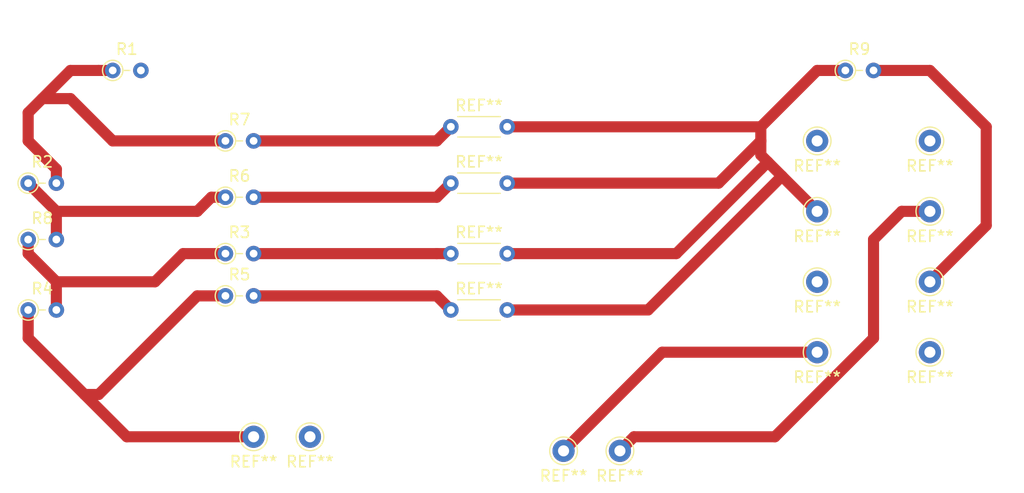
<source format=kicad_pcb>
(kicad_pcb (version 20171130) (host pcbnew "(5.1.4)-1")

  (general
    (thickness 1.6)
    (drawings 0)
    (tracks 63)
    (zones 0)
    (modules 25)
    (nets 10)
  )

  (page A4)
  (layers
    (0 F.Cu signal)
    (31 B.Cu signal)
    (32 B.Adhes user)
    (33 F.Adhes user)
    (34 B.Paste user)
    (35 F.Paste user)
    (36 B.SilkS user)
    (37 F.SilkS user)
    (38 B.Mask user)
    (39 F.Mask user)
    (40 Dwgs.User user)
    (41 Cmts.User user)
    (42 Eco1.User user)
    (43 Eco2.User user)
    (44 Edge.Cuts user)
    (45 Margin user)
    (46 B.CrtYd user)
    (47 F.CrtYd user)
    (48 B.Fab user)
    (49 F.Fab user)
  )

  (setup
    (last_trace_width 0.25)
    (user_trace_width 1)
    (trace_clearance 0.2)
    (zone_clearance 0.508)
    (zone_45_only no)
    (trace_min 0.2)
    (via_size 0.8)
    (via_drill 0.4)
    (via_min_size 0.4)
    (via_min_drill 0.3)
    (uvia_size 0.3)
    (uvia_drill 0.1)
    (uvias_allowed no)
    (uvia_min_size 0.2)
    (uvia_min_drill 0.1)
    (edge_width 0.05)
    (segment_width 0.2)
    (pcb_text_width 0.3)
    (pcb_text_size 1.5 1.5)
    (mod_edge_width 0.12)
    (mod_text_size 1 1)
    (mod_text_width 0.15)
    (pad_size 1.524 1.524)
    (pad_drill 0.762)
    (pad_to_mask_clearance 0.051)
    (solder_mask_min_width 0.25)
    (aux_axis_origin 0 0)
    (visible_elements 7FFFFFFF)
    (pcbplotparams
      (layerselection 0x010fc_ffffffff)
      (usegerberextensions false)
      (usegerberattributes false)
      (usegerberadvancedattributes false)
      (creategerberjobfile false)
      (excludeedgelayer true)
      (linewidth 0.100000)
      (plotframeref false)
      (viasonmask false)
      (mode 1)
      (useauxorigin false)
      (hpglpennumber 1)
      (hpglpenspeed 20)
      (hpglpendiameter 15.000000)
      (psnegative false)
      (psa4output false)
      (plotreference true)
      (plotvalue true)
      (plotinvisibletext false)
      (padsonsilk false)
      (subtractmaskfromsilk false)
      (outputformat 1)
      (mirror false)
      (drillshape 1)
      (scaleselection 1)
      (outputdirectory ""))
  )

  (net 0 "")
  (net 1 "Net-(R1-Pad2)")
  (net 2 "Net-(R1-Pad1)")
  (net 3 "Net-(R2-Pad2)")
  (net 4 Earth)
  (net 5 "Net-(R6-Pad1)")
  (net 6 "Net-(R7-Pad1)")
  (net 7 "Net-(R8-Pad1)")
  (net 8 "Net-(R9-Pad2)")
  (net 9 "Net-(R9-Pad1)")

  (net_class Default "Esta es la clase de red por defecto."
    (clearance 0.2)
    (trace_width 0.25)
    (via_dia 0.8)
    (via_drill 0.4)
    (uvia_dia 0.3)
    (uvia_drill 0.1)
    (add_net "Net-(R1-Pad1)")
    (add_net "Net-(R1-Pad2)")
    (add_net "Net-(R2-Pad2)")
    (add_net "Net-(R6-Pad1)")
    (add_net "Net-(R7-Pad1)")
    (add_net "Net-(R8-Pad1)")
    (add_net "Net-(R9-Pad1)")
    (add_net "Net-(R9-Pad2)")
  )

  (module Connector_Pin:Pin_D1.0mm_L10.0mm (layer F.Cu) (tedit 5A1DC084) (tstamp 5DBD6A44)
    (at 191.77 99.06)
    (descr "solder Pin_ diameter 1.0mm, hole diameter 1.0mm (press fit), length 10.0mm")
    (tags "solder Pin_ press fit")
    (fp_text reference REF** (at 0 2.25) (layer F.SilkS)
      (effects (font (size 1 1) (thickness 0.15)))
    )
    (fp_text value Pin_D1.0mm_L10.0mm (at 0 -2.05) (layer F.Fab)
      (effects (font (size 1 1) (thickness 0.15)))
    )
    (fp_circle (center 0 0) (end 1.25 0.05) (layer F.SilkS) (width 0.12))
    (fp_circle (center 0 0) (end 1 0) (layer F.Fab) (width 0.12))
    (fp_circle (center 0 0) (end 0.5 0) (layer F.Fab) (width 0.12))
    (fp_circle (center 0 0) (end 1.5 0) (layer F.CrtYd) (width 0.05))
    (fp_text user %R (at 0 2.25) (layer F.Fab)
      (effects (font (size 1 1) (thickness 0.15)))
    )
    (pad 1 thru_hole circle (at 0 0) (size 2 2) (drill 1) (layers *.Cu *.Mask))
    (model ${KISYS3DMOD}/Connector_Pin.3dshapes/Pin_D1.0mm_L10.0mm.wrl
      (at (xyz 0 0 0))
      (scale (xyz 1 1 1))
      (rotate (xyz 0 0 0))
    )
  )

  (module Connector_Pin:Pin_D1.0mm_L10.0mm (layer F.Cu) (tedit 5A1DC084) (tstamp 5DBD6A1F)
    (at 186.69 99.06)
    (descr "solder Pin_ diameter 1.0mm, hole diameter 1.0mm (press fit), length 10.0mm")
    (tags "solder Pin_ press fit")
    (fp_text reference REF** (at 0 2.25) (layer F.SilkS)
      (effects (font (size 1 1) (thickness 0.15)))
    )
    (fp_text value Pin_D1.0mm_L10.0mm (at 0 -2.05) (layer F.Fab)
      (effects (font (size 1 1) (thickness 0.15)))
    )
    (fp_circle (center 0 0) (end 1.25 0.05) (layer F.SilkS) (width 0.12))
    (fp_circle (center 0 0) (end 1 0) (layer F.Fab) (width 0.12))
    (fp_circle (center 0 0) (end 0.5 0) (layer F.Fab) (width 0.12))
    (fp_circle (center 0 0) (end 1.5 0) (layer F.CrtYd) (width 0.05))
    (fp_text user %R (at 0 2.25) (layer F.Fab)
      (effects (font (size 1 1) (thickness 0.15)))
    )
    (pad 1 thru_hole circle (at 0 0) (size 2 2) (drill 1) (layers *.Cu *.Mask))
    (model ${KISYS3DMOD}/Connector_Pin.3dshapes/Pin_D1.0mm_L10.0mm.wrl
      (at (xyz 0 0 0))
      (scale (xyz 1 1 1))
      (rotate (xyz 0 0 0))
    )
  )

  (module Connector_Pin:Pin_D1.0mm_L10.0mm (layer F.Cu) (tedit 5A1DC084) (tstamp 5DBD69FA)
    (at 219.71 100.33)
    (descr "solder Pin_ diameter 1.0mm, hole diameter 1.0mm (press fit), length 10.0mm")
    (tags "solder Pin_ press fit")
    (fp_text reference REF** (at 0 2.25) (layer F.SilkS)
      (effects (font (size 1 1) (thickness 0.15)))
    )
    (fp_text value Pin_D1.0mm_L10.0mm (at 0 -2.05) (layer F.Fab)
      (effects (font (size 1 1) (thickness 0.15)))
    )
    (fp_circle (center 0 0) (end 1.25 0.05) (layer F.SilkS) (width 0.12))
    (fp_circle (center 0 0) (end 1 0) (layer F.Fab) (width 0.12))
    (fp_circle (center 0 0) (end 0.5 0) (layer F.Fab) (width 0.12))
    (fp_circle (center 0 0) (end 1.5 0) (layer F.CrtYd) (width 0.05))
    (fp_text user %R (at 0 2.25) (layer F.Fab)
      (effects (font (size 1 1) (thickness 0.15)))
    )
    (pad 1 thru_hole circle (at 0 0) (size 2 2) (drill 1) (layers *.Cu *.Mask))
    (model ${KISYS3DMOD}/Connector_Pin.3dshapes/Pin_D1.0mm_L10.0mm.wrl
      (at (xyz 0 0 0))
      (scale (xyz 1 1 1))
      (rotate (xyz 0 0 0))
    )
  )

  (module Connector_Pin:Pin_D1.0mm_L10.0mm (layer F.Cu) (tedit 5A1DC084) (tstamp 5DBD69D5)
    (at 214.63 100.33)
    (descr "solder Pin_ diameter 1.0mm, hole diameter 1.0mm (press fit), length 10.0mm")
    (tags "solder Pin_ press fit")
    (fp_text reference REF** (at 0 2.25) (layer F.SilkS)
      (effects (font (size 1 1) (thickness 0.15)))
    )
    (fp_text value Pin_D1.0mm_L10.0mm (at 0 -2.05) (layer F.Fab)
      (effects (font (size 1 1) (thickness 0.15)))
    )
    (fp_circle (center 0 0) (end 1.25 0.05) (layer F.SilkS) (width 0.12))
    (fp_circle (center 0 0) (end 1 0) (layer F.Fab) (width 0.12))
    (fp_circle (center 0 0) (end 0.5 0) (layer F.Fab) (width 0.12))
    (fp_circle (center 0 0) (end 1.5 0) (layer F.CrtYd) (width 0.05))
    (fp_text user %R (at 0 2.25) (layer F.Fab)
      (effects (font (size 1 1) (thickness 0.15)))
    )
    (pad 1 thru_hole circle (at 0 0) (size 2 2) (drill 1) (layers *.Cu *.Mask))
    (model ${KISYS3DMOD}/Connector_Pin.3dshapes/Pin_D1.0mm_L10.0mm.wrl
      (at (xyz 0 0 0))
      (scale (xyz 1 1 1))
      (rotate (xyz 0 0 0))
    )
  )

  (module Resistor_THT:R_Axial_DIN0204_L3.6mm_D1.6mm_P5.08mm_Horizontal (layer F.Cu) (tedit 5AE5139B) (tstamp 5DBD68A6)
    (at 204.47 87.63)
    (descr "Resistor, Axial_DIN0204 series, Axial, Horizontal, pin pitch=5.08mm, 0.167W, length*diameter=3.6*1.6mm^2, http://cdn-reichelt.de/documents/datenblatt/B400/1_4W%23YAG.pdf")
    (tags "Resistor Axial_DIN0204 series Axial Horizontal pin pitch 5.08mm 0.167W length 3.6mm diameter 1.6mm")
    (fp_text reference REF** (at 2.54 -1.92) (layer F.SilkS)
      (effects (font (size 1 1) (thickness 0.15)))
    )
    (fp_text value R_Axial_DIN0204_L3.6mm_D1.6mm_P5.08mm_Horizontal (at 2.54 1.92) (layer F.Fab)
      (effects (font (size 1 1) (thickness 0.15)))
    )
    (fp_text user %R (at 2.54 0) (layer F.Fab)
      (effects (font (size 0.72 0.72) (thickness 0.108)))
    )
    (fp_line (start 6.03 -1.05) (end -0.95 -1.05) (layer F.CrtYd) (width 0.05))
    (fp_line (start 6.03 1.05) (end 6.03 -1.05) (layer F.CrtYd) (width 0.05))
    (fp_line (start -0.95 1.05) (end 6.03 1.05) (layer F.CrtYd) (width 0.05))
    (fp_line (start -0.95 -1.05) (end -0.95 1.05) (layer F.CrtYd) (width 0.05))
    (fp_line (start 0.62 0.92) (end 4.46 0.92) (layer F.SilkS) (width 0.12))
    (fp_line (start 0.62 -0.92) (end 4.46 -0.92) (layer F.SilkS) (width 0.12))
    (fp_line (start 5.08 0) (end 4.34 0) (layer F.Fab) (width 0.1))
    (fp_line (start 0 0) (end 0.74 0) (layer F.Fab) (width 0.1))
    (fp_line (start 4.34 -0.8) (end 0.74 -0.8) (layer F.Fab) (width 0.1))
    (fp_line (start 4.34 0.8) (end 4.34 -0.8) (layer F.Fab) (width 0.1))
    (fp_line (start 0.74 0.8) (end 4.34 0.8) (layer F.Fab) (width 0.1))
    (fp_line (start 0.74 -0.8) (end 0.74 0.8) (layer F.Fab) (width 0.1))
    (pad 2 thru_hole oval (at 5.08 0) (size 1.4 1.4) (drill 0.7) (layers *.Cu *.Mask))
    (pad 1 thru_hole circle (at 0 0) (size 1.4 1.4) (drill 0.7) (layers *.Cu *.Mask))
    (model ${KISYS3DMOD}/Resistor_THT.3dshapes/R_Axial_DIN0204_L3.6mm_D1.6mm_P5.08mm_Horizontal.wrl
      (at (xyz 0 0 0))
      (scale (xyz 1 1 1))
      (rotate (xyz 0 0 0))
    )
  )

  (module Resistor_THT:R_Axial_DIN0204_L3.6mm_D1.6mm_P5.08mm_Horizontal (layer F.Cu) (tedit 5AE5139B) (tstamp 5DBD685D)
    (at 204.47 76.2)
    (descr "Resistor, Axial_DIN0204 series, Axial, Horizontal, pin pitch=5.08mm, 0.167W, length*diameter=3.6*1.6mm^2, http://cdn-reichelt.de/documents/datenblatt/B400/1_4W%23YAG.pdf")
    (tags "Resistor Axial_DIN0204 series Axial Horizontal pin pitch 5.08mm 0.167W length 3.6mm diameter 1.6mm")
    (fp_text reference REF** (at 2.54 -1.92) (layer F.SilkS)
      (effects (font (size 1 1) (thickness 0.15)))
    )
    (fp_text value R_Axial_DIN0204_L3.6mm_D1.6mm_P5.08mm_Horizontal (at 2.54 1.92) (layer F.Fab)
      (effects (font (size 1 1) (thickness 0.15)))
    )
    (fp_text user %R (at 2.54 0) (layer F.Fab)
      (effects (font (size 0.72 0.72) (thickness 0.108)))
    )
    (fp_line (start 6.03 -1.05) (end -0.95 -1.05) (layer F.CrtYd) (width 0.05))
    (fp_line (start 6.03 1.05) (end 6.03 -1.05) (layer F.CrtYd) (width 0.05))
    (fp_line (start -0.95 1.05) (end 6.03 1.05) (layer F.CrtYd) (width 0.05))
    (fp_line (start -0.95 -1.05) (end -0.95 1.05) (layer F.CrtYd) (width 0.05))
    (fp_line (start 0.62 0.92) (end 4.46 0.92) (layer F.SilkS) (width 0.12))
    (fp_line (start 0.62 -0.92) (end 4.46 -0.92) (layer F.SilkS) (width 0.12))
    (fp_line (start 5.08 0) (end 4.34 0) (layer F.Fab) (width 0.1))
    (fp_line (start 0 0) (end 0.74 0) (layer F.Fab) (width 0.1))
    (fp_line (start 4.34 -0.8) (end 0.74 -0.8) (layer F.Fab) (width 0.1))
    (fp_line (start 4.34 0.8) (end 4.34 -0.8) (layer F.Fab) (width 0.1))
    (fp_line (start 0.74 0.8) (end 4.34 0.8) (layer F.Fab) (width 0.1))
    (fp_line (start 0.74 -0.8) (end 0.74 0.8) (layer F.Fab) (width 0.1))
    (pad 2 thru_hole oval (at 5.08 0) (size 1.4 1.4) (drill 0.7) (layers *.Cu *.Mask))
    (pad 1 thru_hole circle (at 0 0) (size 1.4 1.4) (drill 0.7) (layers *.Cu *.Mask))
    (model ${KISYS3DMOD}/Resistor_THT.3dshapes/R_Axial_DIN0204_L3.6mm_D1.6mm_P5.08mm_Horizontal.wrl
      (at (xyz 0 0 0))
      (scale (xyz 1 1 1))
      (rotate (xyz 0 0 0))
    )
  )

  (module Resistor_THT:R_Axial_DIN0204_L3.6mm_D1.6mm_P5.08mm_Horizontal (layer F.Cu) (tedit 5AE5139B) (tstamp 5DBD6814)
    (at 204.47 82.55)
    (descr "Resistor, Axial_DIN0204 series, Axial, Horizontal, pin pitch=5.08mm, 0.167W, length*diameter=3.6*1.6mm^2, http://cdn-reichelt.de/documents/datenblatt/B400/1_4W%23YAG.pdf")
    (tags "Resistor Axial_DIN0204 series Axial Horizontal pin pitch 5.08mm 0.167W length 3.6mm diameter 1.6mm")
    (fp_text reference REF** (at 2.54 -1.92) (layer F.SilkS)
      (effects (font (size 1 1) (thickness 0.15)))
    )
    (fp_text value R_Axial_DIN0204_L3.6mm_D1.6mm_P5.08mm_Horizontal (at 2.54 1.92) (layer F.Fab)
      (effects (font (size 1 1) (thickness 0.15)))
    )
    (fp_text user %R (at 2.54 0) (layer F.Fab)
      (effects (font (size 0.72 0.72) (thickness 0.108)))
    )
    (fp_line (start 6.03 -1.05) (end -0.95 -1.05) (layer F.CrtYd) (width 0.05))
    (fp_line (start 6.03 1.05) (end 6.03 -1.05) (layer F.CrtYd) (width 0.05))
    (fp_line (start -0.95 1.05) (end 6.03 1.05) (layer F.CrtYd) (width 0.05))
    (fp_line (start -0.95 -1.05) (end -0.95 1.05) (layer F.CrtYd) (width 0.05))
    (fp_line (start 0.62 0.92) (end 4.46 0.92) (layer F.SilkS) (width 0.12))
    (fp_line (start 0.62 -0.92) (end 4.46 -0.92) (layer F.SilkS) (width 0.12))
    (fp_line (start 5.08 0) (end 4.34 0) (layer F.Fab) (width 0.1))
    (fp_line (start 0 0) (end 0.74 0) (layer F.Fab) (width 0.1))
    (fp_line (start 4.34 -0.8) (end 0.74 -0.8) (layer F.Fab) (width 0.1))
    (fp_line (start 4.34 0.8) (end 4.34 -0.8) (layer F.Fab) (width 0.1))
    (fp_line (start 0.74 0.8) (end 4.34 0.8) (layer F.Fab) (width 0.1))
    (fp_line (start 0.74 -0.8) (end 0.74 0.8) (layer F.Fab) (width 0.1))
    (pad 2 thru_hole oval (at 5.08 0) (size 1.4 1.4) (drill 0.7) (layers *.Cu *.Mask))
    (pad 1 thru_hole circle (at 0 0) (size 1.4 1.4) (drill 0.7) (layers *.Cu *.Mask))
    (model ${KISYS3DMOD}/Resistor_THT.3dshapes/R_Axial_DIN0204_L3.6mm_D1.6mm_P5.08mm_Horizontal.wrl
      (at (xyz 0 0 0))
      (scale (xyz 1 1 1))
      (rotate (xyz 0 0 0))
    )
  )

  (module Resistor_THT:R_Axial_DIN0204_L3.6mm_D1.6mm_P5.08mm_Horizontal (layer F.Cu) (tedit 5AE5139B) (tstamp 5DBD67CB)
    (at 204.47 71.12)
    (descr "Resistor, Axial_DIN0204 series, Axial, Horizontal, pin pitch=5.08mm, 0.167W, length*diameter=3.6*1.6mm^2, http://cdn-reichelt.de/documents/datenblatt/B400/1_4W%23YAG.pdf")
    (tags "Resistor Axial_DIN0204 series Axial Horizontal pin pitch 5.08mm 0.167W length 3.6mm diameter 1.6mm")
    (fp_text reference REF** (at 2.54 -1.92) (layer F.SilkS)
      (effects (font (size 1 1) (thickness 0.15)))
    )
    (fp_text value R_Axial_DIN0204_L3.6mm_D1.6mm_P5.08mm_Horizontal (at 2.54 1.92) (layer F.Fab)
      (effects (font (size 1 1) (thickness 0.15)))
    )
    (fp_text user %R (at 1.27 -1.27) (layer F.Fab)
      (effects (font (size 0.72 0.72) (thickness 0.108)))
    )
    (fp_line (start 6.03 -1.05) (end -0.95 -1.05) (layer F.CrtYd) (width 0.05))
    (fp_line (start 6.03 1.05) (end 6.03 -1.05) (layer F.CrtYd) (width 0.05))
    (fp_line (start -0.95 1.05) (end 6.03 1.05) (layer F.CrtYd) (width 0.05))
    (fp_line (start -0.95 -1.05) (end -0.95 1.05) (layer F.CrtYd) (width 0.05))
    (fp_line (start 0.62 0.92) (end 4.46 0.92) (layer F.SilkS) (width 0.12))
    (fp_line (start 0.62 -0.92) (end 4.46 -0.92) (layer F.SilkS) (width 0.12))
    (fp_line (start 5.08 0) (end 4.34 0) (layer F.Fab) (width 0.1))
    (fp_line (start 0 0) (end 0.74 0) (layer F.Fab) (width 0.1))
    (fp_line (start 4.34 -0.8) (end 0.74 -0.8) (layer F.Fab) (width 0.1))
    (fp_line (start 4.34 0.8) (end 4.34 -0.8) (layer F.Fab) (width 0.1))
    (fp_line (start 0.74 0.8) (end 4.34 0.8) (layer F.Fab) (width 0.1))
    (fp_line (start 0.74 -0.8) (end 0.74 0.8) (layer F.Fab) (width 0.1))
    (pad 2 thru_hole oval (at 5.08 0) (size 1.4 1.4) (drill 0.7) (layers *.Cu *.Mask))
    (pad 1 thru_hole circle (at 0 0) (size 1.4 1.4) (drill 0.7) (layers *.Cu *.Mask))
    (model ${KISYS3DMOD}/Resistor_THT.3dshapes/R_Axial_DIN0204_L3.6mm_D1.6mm_P5.08mm_Horizontal.wrl
      (at (xyz 0 0 0))
      (scale (xyz 1 1 1))
      (rotate (xyz 0 0 0))
    )
  )

  (module Resistor_THT:R_Axial_DIN0204_L3.6mm_D1.6mm_P2.54mm_Vertical (layer F.Cu) (tedit 5AE5139B) (tstamp 5DBCFFED)
    (at 240.03 66.04)
    (descr "Resistor, Axial_DIN0204 series, Axial, Vertical, pin pitch=2.54mm, 0.167W, length*diameter=3.6*1.6mm^2, http://cdn-reichelt.de/documents/datenblatt/B400/1_4W%23YAG.pdf")
    (tags "Resistor Axial_DIN0204 series Axial Vertical pin pitch 2.54mm 0.167W length 3.6mm diameter 1.6mm")
    (path /5DBBA989)
    (fp_text reference R9 (at 1.27 -1.92) (layer F.SilkS)
      (effects (font (size 1 1) (thickness 0.15)))
    )
    (fp_text value R (at 1.27 1.92) (layer F.Fab)
      (effects (font (size 1 1) (thickness 0.15)))
    )
    (fp_text user %R (at 1.27 -1.92) (layer F.Fab)
      (effects (font (size 1 1) (thickness 0.15)))
    )
    (fp_line (start 3.49 -1.05) (end -1.05 -1.05) (layer F.CrtYd) (width 0.05))
    (fp_line (start 3.49 1.05) (end 3.49 -1.05) (layer F.CrtYd) (width 0.05))
    (fp_line (start -1.05 1.05) (end 3.49 1.05) (layer F.CrtYd) (width 0.05))
    (fp_line (start -1.05 -1.05) (end -1.05 1.05) (layer F.CrtYd) (width 0.05))
    (fp_line (start 0.92 0) (end 1.54 0) (layer F.SilkS) (width 0.12))
    (fp_line (start 0 0) (end 2.54 0) (layer F.Fab) (width 0.1))
    (fp_circle (center 0 0) (end 0.92 0) (layer F.SilkS) (width 0.12))
    (fp_circle (center 0 0) (end 0.8 0) (layer F.Fab) (width 0.1))
    (pad 2 thru_hole oval (at 2.54 0) (size 1.4 1.4) (drill 0.7) (layers *.Cu *.Mask)
      (net 8 "Net-(R9-Pad2)"))
    (pad 1 thru_hole circle (at 0 0) (size 1.4 1.4) (drill 0.7) (layers *.Cu *.Mask)
      (net 9 "Net-(R9-Pad1)"))
    (model ${KISYS3DMOD}/Resistor_THT.3dshapes/R_Axial_DIN0204_L3.6mm_D1.6mm_P2.54mm_Vertical.wrl
      (at (xyz 0 0 0))
      (scale (xyz 1 1 1))
      (rotate (xyz 0 0 0))
    )
  )

  (module Resistor_THT:R_Axial_DIN0204_L3.6mm_D1.6mm_P2.54mm_Vertical (layer F.Cu) (tedit 5AE5139B) (tstamp 5DBCFFDE)
    (at 166.37 81.28)
    (descr "Resistor, Axial_DIN0204 series, Axial, Vertical, pin pitch=2.54mm, 0.167W, length*diameter=3.6*1.6mm^2, http://cdn-reichelt.de/documents/datenblatt/B400/1_4W%23YAG.pdf")
    (tags "Resistor Axial_DIN0204 series Axial Vertical pin pitch 2.54mm 0.167W length 3.6mm diameter 1.6mm")
    (path /5DBBADDF)
    (fp_text reference R8 (at 1.27 -1.92) (layer F.SilkS)
      (effects (font (size 1 1) (thickness 0.15)))
    )
    (fp_text value R (at 1.27 1.92) (layer F.Fab)
      (effects (font (size 1 1) (thickness 0.15)))
    )
    (fp_text user %R (at 1.27 -1.92) (layer F.Fab)
      (effects (font (size 1 1) (thickness 0.15)))
    )
    (fp_line (start 3.49 -1.05) (end -1.05 -1.05) (layer F.CrtYd) (width 0.05))
    (fp_line (start 3.49 1.05) (end 3.49 -1.05) (layer F.CrtYd) (width 0.05))
    (fp_line (start -1.05 1.05) (end 3.49 1.05) (layer F.CrtYd) (width 0.05))
    (fp_line (start -1.05 -1.05) (end -1.05 1.05) (layer F.CrtYd) (width 0.05))
    (fp_line (start 0.92 0) (end 1.54 0) (layer F.SilkS) (width 0.12))
    (fp_line (start 0 0) (end 2.54 0) (layer F.Fab) (width 0.1))
    (fp_circle (center 0 0) (end 0.92 0) (layer F.SilkS) (width 0.12))
    (fp_circle (center 0 0) (end 0.8 0) (layer F.Fab) (width 0.1))
    (pad 2 thru_hole oval (at 2.54 0) (size 1.4 1.4) (drill 0.7) (layers *.Cu *.Mask)
      (net 2 "Net-(R1-Pad1)"))
    (pad 1 thru_hole circle (at 0 0) (size 1.4 1.4) (drill 0.7) (layers *.Cu *.Mask)
      (net 7 "Net-(R8-Pad1)"))
    (model ${KISYS3DMOD}/Resistor_THT.3dshapes/R_Axial_DIN0204_L3.6mm_D1.6mm_P2.54mm_Vertical.wrl
      (at (xyz 0 0 0))
      (scale (xyz 1 1 1))
      (rotate (xyz 0 0 0))
    )
  )

  (module Resistor_THT:R_Axial_DIN0204_L3.6mm_D1.6mm_P2.54mm_Vertical (layer F.Cu) (tedit 5AE5139B) (tstamp 5DBCFFCF)
    (at 184.15 72.39)
    (descr "Resistor, Axial_DIN0204 series, Axial, Vertical, pin pitch=2.54mm, 0.167W, length*diameter=3.6*1.6mm^2, http://cdn-reichelt.de/documents/datenblatt/B400/1_4W%23YAG.pdf")
    (tags "Resistor Axial_DIN0204 series Axial Vertical pin pitch 2.54mm 0.167W length 3.6mm diameter 1.6mm")
    (path /5DBBB30A)
    (fp_text reference R7 (at 1.27 -1.92) (layer F.SilkS)
      (effects (font (size 1 1) (thickness 0.15)))
    )
    (fp_text value R (at 1.27 1.92) (layer F.Fab)
      (effects (font (size 1 1) (thickness 0.15)))
    )
    (fp_text user %R (at 1.27 -1.92) (layer F.Fab)
      (effects (font (size 1 1) (thickness 0.15)))
    )
    (fp_line (start 3.49 -1.05) (end -1.05 -1.05) (layer F.CrtYd) (width 0.05))
    (fp_line (start 3.49 1.05) (end 3.49 -1.05) (layer F.CrtYd) (width 0.05))
    (fp_line (start -1.05 1.05) (end 3.49 1.05) (layer F.CrtYd) (width 0.05))
    (fp_line (start -1.05 -1.05) (end -1.05 1.05) (layer F.CrtYd) (width 0.05))
    (fp_line (start 0.92 0) (end 1.54 0) (layer F.SilkS) (width 0.12))
    (fp_line (start 0 0) (end 2.54 0) (layer F.Fab) (width 0.1))
    (fp_circle (center 0 0) (end 0.92 0) (layer F.SilkS) (width 0.12))
    (fp_circle (center 0 0) (end 0.8 0) (layer F.Fab) (width 0.1))
    (pad 2 thru_hole oval (at 2.54 0) (size 1.4 1.4) (drill 0.7) (layers *.Cu *.Mask))
    (pad 1 thru_hole circle (at 0 0) (size 1.4 1.4) (drill 0.7) (layers *.Cu *.Mask)
      (net 6 "Net-(R7-Pad1)"))
    (model ${KISYS3DMOD}/Resistor_THT.3dshapes/R_Axial_DIN0204_L3.6mm_D1.6mm_P2.54mm_Vertical.wrl
      (at (xyz 0 0 0))
      (scale (xyz 1 1 1))
      (rotate (xyz 0 0 0))
    )
  )

  (module Resistor_THT:R_Axial_DIN0204_L3.6mm_D1.6mm_P2.54mm_Vertical (layer F.Cu) (tedit 5AE5139B) (tstamp 5DBCFFC0)
    (at 184.15 77.47)
    (descr "Resistor, Axial_DIN0204 series, Axial, Vertical, pin pitch=2.54mm, 0.167W, length*diameter=3.6*1.6mm^2, http://cdn-reichelt.de/documents/datenblatt/B400/1_4W%23YAG.pdf")
    (tags "Resistor Axial_DIN0204 series Axial Vertical pin pitch 2.54mm 0.167W length 3.6mm diameter 1.6mm")
    (path /5DBBB173)
    (fp_text reference R6 (at 1.27 -1.92) (layer F.SilkS)
      (effects (font (size 1 1) (thickness 0.15)))
    )
    (fp_text value R (at 1.27 1.92) (layer F.Fab)
      (effects (font (size 1 1) (thickness 0.15)))
    )
    (fp_text user %R (at 1.27 -1.92) (layer F.Fab)
      (effects (font (size 1 1) (thickness 0.15)))
    )
    (fp_line (start 3.49 -1.05) (end -1.05 -1.05) (layer F.CrtYd) (width 0.05))
    (fp_line (start 3.49 1.05) (end 3.49 -1.05) (layer F.CrtYd) (width 0.05))
    (fp_line (start -1.05 1.05) (end 3.49 1.05) (layer F.CrtYd) (width 0.05))
    (fp_line (start -1.05 -1.05) (end -1.05 1.05) (layer F.CrtYd) (width 0.05))
    (fp_line (start 0.92 0) (end 1.54 0) (layer F.SilkS) (width 0.12))
    (fp_line (start 0 0) (end 2.54 0) (layer F.Fab) (width 0.1))
    (fp_circle (center 0 0) (end 0.92 0) (layer F.SilkS) (width 0.12))
    (fp_circle (center 0 0) (end 0.8 0) (layer F.Fab) (width 0.1))
    (pad 2 thru_hole oval (at 2.54 0) (size 1.4 1.4) (drill 0.7) (layers *.Cu *.Mask)
      (net 3 "Net-(R2-Pad2)"))
    (pad 1 thru_hole circle (at 0 0) (size 1.4 1.4) (drill 0.7) (layers *.Cu *.Mask)
      (net 5 "Net-(R6-Pad1)"))
    (model ${KISYS3DMOD}/Resistor_THT.3dshapes/R_Axial_DIN0204_L3.6mm_D1.6mm_P2.54mm_Vertical.wrl
      (at (xyz 0 0 0))
      (scale (xyz 1 1 1))
      (rotate (xyz 0 0 0))
    )
  )

  (module Resistor_THT:R_Axial_DIN0204_L3.6mm_D1.6mm_P2.54mm_Vertical (layer F.Cu) (tedit 5AE5139B) (tstamp 5DBCFFB1)
    (at 184.15 86.36)
    (descr "Resistor, Axial_DIN0204 series, Axial, Vertical, pin pitch=2.54mm, 0.167W, length*diameter=3.6*1.6mm^2, http://cdn-reichelt.de/documents/datenblatt/B400/1_4W%23YAG.pdf")
    (tags "Resistor Axial_DIN0204 series Axial Vertical pin pitch 2.54mm 0.167W length 3.6mm diameter 1.6mm")
    (path /5DBBB072)
    (fp_text reference R5 (at 1.27 -1.92) (layer F.SilkS)
      (effects (font (size 1 1) (thickness 0.15)))
    )
    (fp_text value R (at 1.27 1.92) (layer F.Fab)
      (effects (font (size 1 1) (thickness 0.15)))
    )
    (fp_text user %R (at 1.27 -1.92) (layer F.Fab)
      (effects (font (size 1 1) (thickness 0.15)))
    )
    (fp_line (start 3.49 -1.05) (end -1.05 -1.05) (layer F.CrtYd) (width 0.05))
    (fp_line (start 3.49 1.05) (end 3.49 -1.05) (layer F.CrtYd) (width 0.05))
    (fp_line (start -1.05 1.05) (end 3.49 1.05) (layer F.CrtYd) (width 0.05))
    (fp_line (start -1.05 -1.05) (end -1.05 1.05) (layer F.CrtYd) (width 0.05))
    (fp_line (start 0.92 0) (end 1.54 0) (layer F.SilkS) (width 0.12))
    (fp_line (start 0 0) (end 2.54 0) (layer F.Fab) (width 0.1))
    (fp_circle (center 0 0) (end 0.92 0) (layer F.SilkS) (width 0.12))
    (fp_circle (center 0 0) (end 0.8 0) (layer F.Fab) (width 0.1))
    (pad 2 thru_hole oval (at 2.54 0) (size 1.4 1.4) (drill 0.7) (layers *.Cu *.Mask)
      (net 1 "Net-(R1-Pad2)"))
    (pad 1 thru_hole circle (at 0 0) (size 1.4 1.4) (drill 0.7) (layers *.Cu *.Mask))
    (model ${KISYS3DMOD}/Resistor_THT.3dshapes/R_Axial_DIN0204_L3.6mm_D1.6mm_P2.54mm_Vertical.wrl
      (at (xyz 0 0 0))
      (scale (xyz 1 1 1))
      (rotate (xyz 0 0 0))
    )
  )

  (module Resistor_THT:R_Axial_DIN0204_L3.6mm_D1.6mm_P2.54mm_Vertical (layer F.Cu) (tedit 5AE5139B) (tstamp 5DBCFFA2)
    (at 166.37 87.63)
    (descr "Resistor, Axial_DIN0204 series, Axial, Vertical, pin pitch=2.54mm, 0.167W, length*diameter=3.6*1.6mm^2, http://cdn-reichelt.de/documents/datenblatt/B400/1_4W%23YAG.pdf")
    (tags "Resistor Axial_DIN0204 series Axial Vertical pin pitch 2.54mm 0.167W length 3.6mm diameter 1.6mm")
    (path /5DBBB830)
    (fp_text reference R4 (at 1.27 -1.92) (layer F.SilkS)
      (effects (font (size 1 1) (thickness 0.15)))
    )
    (fp_text value R (at 1.27 1.92) (layer F.Fab)
      (effects (font (size 1 1) (thickness 0.15)))
    )
    (fp_text user %R (at 1.27 -1.92) (layer F.Fab)
      (effects (font (size 1 1) (thickness 0.15)))
    )
    (fp_line (start 3.49 -1.05) (end -1.05 -1.05) (layer F.CrtYd) (width 0.05))
    (fp_line (start 3.49 1.05) (end 3.49 -1.05) (layer F.CrtYd) (width 0.05))
    (fp_line (start -1.05 1.05) (end 3.49 1.05) (layer F.CrtYd) (width 0.05))
    (fp_line (start -1.05 -1.05) (end -1.05 1.05) (layer F.CrtYd) (width 0.05))
    (fp_line (start 0.92 0) (end 1.54 0) (layer F.SilkS) (width 0.12))
    (fp_line (start 0 0) (end 2.54 0) (layer F.Fab) (width 0.1))
    (fp_circle (center 0 0) (end 0.92 0) (layer F.SilkS) (width 0.12))
    (fp_circle (center 0 0) (end 0.8 0) (layer F.Fab) (width 0.1))
    (pad 2 thru_hole oval (at 2.54 0) (size 1.4 1.4) (drill 0.7) (layers *.Cu *.Mask)
      (net 2 "Net-(R1-Pad1)"))
    (pad 1 thru_hole circle (at 0 0) (size 1.4 1.4) (drill 0.7) (layers *.Cu *.Mask))
    (model ${KISYS3DMOD}/Resistor_THT.3dshapes/R_Axial_DIN0204_L3.6mm_D1.6mm_P2.54mm_Vertical.wrl
      (at (xyz 0 0 0))
      (scale (xyz 1 1 1))
      (rotate (xyz 0 0 0))
    )
  )

  (module Resistor_THT:R_Axial_DIN0204_L3.6mm_D1.6mm_P2.54mm_Vertical (layer F.Cu) (tedit 5AE5139B) (tstamp 5DBCFF93)
    (at 184.15 82.55)
    (descr "Resistor, Axial_DIN0204 series, Axial, Vertical, pin pitch=2.54mm, 0.167W, length*diameter=3.6*1.6mm^2, http://cdn-reichelt.de/documents/datenblatt/B400/1_4W%23YAG.pdf")
    (tags "Resistor Axial_DIN0204 series Axial Vertical pin pitch 2.54mm 0.167W length 3.6mm diameter 1.6mm")
    (path /5DBBB6D8)
    (fp_text reference R3 (at 1.27 -1.92) (layer F.SilkS)
      (effects (font (size 1 1) (thickness 0.15)))
    )
    (fp_text value R (at 1.27 1.92) (layer F.Fab)
      (effects (font (size 1 1) (thickness 0.15)))
    )
    (fp_text user %R (at 1.27 -1.92) (layer F.Fab)
      (effects (font (size 1 1) (thickness 0.15)))
    )
    (fp_line (start 3.49 -1.05) (end -1.05 -1.05) (layer F.CrtYd) (width 0.05))
    (fp_line (start 3.49 1.05) (end 3.49 -1.05) (layer F.CrtYd) (width 0.05))
    (fp_line (start -1.05 1.05) (end 3.49 1.05) (layer F.CrtYd) (width 0.05))
    (fp_line (start -1.05 -1.05) (end -1.05 1.05) (layer F.CrtYd) (width 0.05))
    (fp_line (start 0.92 0) (end 1.54 0) (layer F.SilkS) (width 0.12))
    (fp_line (start 0 0) (end 2.54 0) (layer F.Fab) (width 0.1))
    (fp_circle (center 0 0) (end 0.92 0) (layer F.SilkS) (width 0.12))
    (fp_circle (center 0 0) (end 0.8 0) (layer F.Fab) (width 0.1))
    (pad 2 thru_hole oval (at 2.54 0) (size 1.4 1.4) (drill 0.7) (layers *.Cu *.Mask))
    (pad 1 thru_hole circle (at 0 0) (size 1.4 1.4) (drill 0.7) (layers *.Cu *.Mask)
      (net 3 "Net-(R2-Pad2)"))
    (model ${KISYS3DMOD}/Resistor_THT.3dshapes/R_Axial_DIN0204_L3.6mm_D1.6mm_P2.54mm_Vertical.wrl
      (at (xyz 0 0 0))
      (scale (xyz 1 1 1))
      (rotate (xyz 0 0 0))
    )
  )

  (module Resistor_THT:R_Axial_DIN0204_L3.6mm_D1.6mm_P2.54mm_Vertical (layer F.Cu) (tedit 5AE5139B) (tstamp 5DBCFF84)
    (at 166.37 76.2)
    (descr "Resistor, Axial_DIN0204 series, Axial, Vertical, pin pitch=2.54mm, 0.167W, length*diameter=3.6*1.6mm^2, http://cdn-reichelt.de/documents/datenblatt/B400/1_4W%23YAG.pdf")
    (tags "Resistor Axial_DIN0204 series Axial Vertical pin pitch 2.54mm 0.167W length 3.6mm diameter 1.6mm")
    (path /5DBBB5B6)
    (fp_text reference R2 (at 1.27 -1.92) (layer F.SilkS)
      (effects (font (size 1 1) (thickness 0.15)))
    )
    (fp_text value R (at 1.27 1.92) (layer F.Fab)
      (effects (font (size 1 1) (thickness 0.15)))
    )
    (fp_text user %R (at 1.27 -1.92) (layer F.Fab)
      (effects (font (size 1 1) (thickness 0.15)))
    )
    (fp_line (start 3.49 -1.05) (end -1.05 -1.05) (layer F.CrtYd) (width 0.05))
    (fp_line (start 3.49 1.05) (end 3.49 -1.05) (layer F.CrtYd) (width 0.05))
    (fp_line (start -1.05 1.05) (end 3.49 1.05) (layer F.CrtYd) (width 0.05))
    (fp_line (start -1.05 -1.05) (end -1.05 1.05) (layer F.CrtYd) (width 0.05))
    (fp_line (start 0.92 0) (end 1.54 0) (layer F.SilkS) (width 0.12))
    (fp_line (start 0 0) (end 2.54 0) (layer F.Fab) (width 0.1))
    (fp_circle (center 0 0) (end 0.92 0) (layer F.SilkS) (width 0.12))
    (fp_circle (center 0 0) (end 0.8 0) (layer F.Fab) (width 0.1))
    (pad 2 thru_hole oval (at 2.54 0) (size 1.4 1.4) (drill 0.7) (layers *.Cu *.Mask)
      (net 3 "Net-(R2-Pad2)"))
    (pad 1 thru_hole circle (at 0 0) (size 1.4 1.4) (drill 0.7) (layers *.Cu *.Mask)
      (net 1 "Net-(R1-Pad2)"))
    (model ${KISYS3DMOD}/Resistor_THT.3dshapes/R_Axial_DIN0204_L3.6mm_D1.6mm_P2.54mm_Vertical.wrl
      (at (xyz 0 0 0))
      (scale (xyz 1 1 1))
      (rotate (xyz 0 0 0))
    )
  )

  (module Resistor_THT:R_Axial_DIN0204_L3.6mm_D1.6mm_P2.54mm_Vertical (layer F.Cu) (tedit 5AE5139B) (tstamp 5DBCFF75)
    (at 173.99 66.04)
    (descr "Resistor, Axial_DIN0204 series, Axial, Vertical, pin pitch=2.54mm, 0.167W, length*diameter=3.6*1.6mm^2, http://cdn-reichelt.de/documents/datenblatt/B400/1_4W%23YAG.pdf")
    (tags "Resistor Axial_DIN0204 series Axial Vertical pin pitch 2.54mm 0.167W length 3.6mm diameter 1.6mm")
    (path /5DBBB4A4)
    (fp_text reference R1 (at 1.27 -1.92) (layer F.SilkS)
      (effects (font (size 1 1) (thickness 0.15)))
    )
    (fp_text value R (at 1.27 1.92) (layer F.Fab)
      (effects (font (size 1 1) (thickness 0.15)))
    )
    (fp_text user %R (at 1.27 -1.92) (layer F.Fab)
      (effects (font (size 1 1) (thickness 0.15)))
    )
    (fp_line (start 3.49 -1.05) (end -1.05 -1.05) (layer F.CrtYd) (width 0.05))
    (fp_line (start 3.49 1.05) (end 3.49 -1.05) (layer F.CrtYd) (width 0.05))
    (fp_line (start -1.05 1.05) (end 3.49 1.05) (layer F.CrtYd) (width 0.05))
    (fp_line (start -1.05 -1.05) (end -1.05 1.05) (layer F.CrtYd) (width 0.05))
    (fp_line (start 0.92 0) (end 1.54 0) (layer F.SilkS) (width 0.12))
    (fp_line (start 0 0) (end 2.54 0) (layer F.Fab) (width 0.1))
    (fp_circle (center 0 0) (end 0.92 0) (layer F.SilkS) (width 0.12))
    (fp_circle (center 0 0) (end 0.8 0) (layer F.Fab) (width 0.1))
    (pad 2 thru_hole oval (at 2.54 0) (size 1.4 1.4) (drill 0.7) (layers *.Cu *.Mask)
      (net 1 "Net-(R1-Pad2)"))
    (pad 1 thru_hole circle (at 0 0) (size 1.4 1.4) (drill 0.7) (layers *.Cu *.Mask)
      (net 2 "Net-(R1-Pad1)"))
    (model ${KISYS3DMOD}/Resistor_THT.3dshapes/R_Axial_DIN0204_L3.6mm_D1.6mm_P2.54mm_Vertical.wrl
      (at (xyz 0 0 0))
      (scale (xyz 1 1 1))
      (rotate (xyz 0 0 0))
    )
  )

  (module Connector_Pin:Pin_D1.0mm_L10.0mm (layer F.Cu) (tedit 5A1DC084) (tstamp 5DBCFE84)
    (at 237.49 91.44)
    (descr "solder Pin_ diameter 1.0mm, hole diameter 1.0mm (press fit), length 10.0mm")
    (tags "solder Pin_ press fit")
    (fp_text reference REF** (at 0 2.25) (layer F.SilkS)
      (effects (font (size 1 1) (thickness 0.15)))
    )
    (fp_text value Pin_D1.0mm_L10.0mm (at 0 -2.05) (layer F.Fab)
      (effects (font (size 1 1) (thickness 0.15)))
    )
    (fp_circle (center 0 0) (end 1.25 0.05) (layer F.SilkS) (width 0.12))
    (fp_circle (center 0 0) (end 1 0) (layer F.Fab) (width 0.12))
    (fp_circle (center 0 0) (end 0.5 0) (layer F.Fab) (width 0.12))
    (fp_circle (center 0 0) (end 1.5 0) (layer F.CrtYd) (width 0.05))
    (fp_text user %R (at 0 2.25) (layer F.Fab)
      (effects (font (size 1 1) (thickness 0.15)))
    )
    (pad 1 thru_hole circle (at 0 0) (size 2 2) (drill 1) (layers *.Cu *.Mask))
    (model ${KISYS3DMOD}/Connector_Pin.3dshapes/Pin_D1.0mm_L10.0mm.wrl
      (at (xyz 0 0 0))
      (scale (xyz 1 1 1))
      (rotate (xyz 0 0 0))
    )
  )

  (module Connector_Pin:Pin_D1.0mm_L10.0mm (layer F.Cu) (tedit 5A1DC084) (tstamp 5DBCFE5F)
    (at 247.65 91.44)
    (descr "solder Pin_ diameter 1.0mm, hole diameter 1.0mm (press fit), length 10.0mm")
    (tags "solder Pin_ press fit")
    (fp_text reference REF** (at 0 2.25) (layer F.SilkS)
      (effects (font (size 1 1) (thickness 0.15)))
    )
    (fp_text value Pin_D1.0mm_L10.0mm (at 0 -2.05) (layer F.Fab)
      (effects (font (size 1 1) (thickness 0.15)))
    )
    (fp_circle (center 0 0) (end 1.25 0.05) (layer F.SilkS) (width 0.12))
    (fp_circle (center 0 0) (end 1 0) (layer F.Fab) (width 0.12))
    (fp_circle (center 0 0) (end 0.5 0) (layer F.Fab) (width 0.12))
    (fp_circle (center 0 0) (end 1.5 0) (layer F.CrtYd) (width 0.05))
    (fp_text user %R (at 0 2.25) (layer F.Fab)
      (effects (font (size 1 1) (thickness 0.15)))
    )
    (pad 1 thru_hole circle (at 0 0) (size 2 2) (drill 1) (layers *.Cu *.Mask))
    (model ${KISYS3DMOD}/Connector_Pin.3dshapes/Pin_D1.0mm_L10.0mm.wrl
      (at (xyz 0 0 0))
      (scale (xyz 1 1 1))
      (rotate (xyz 0 0 0))
    )
  )

  (module Connector_Pin:Pin_D1.0mm_L10.0mm (layer F.Cu) (tedit 5A1DC084) (tstamp 5DBCFE3A)
    (at 247.65 85.09)
    (descr "solder Pin_ diameter 1.0mm, hole diameter 1.0mm (press fit), length 10.0mm")
    (tags "solder Pin_ press fit")
    (fp_text reference REF** (at 0 2.25) (layer F.SilkS)
      (effects (font (size 1 1) (thickness 0.15)))
    )
    (fp_text value Pin_D1.0mm_L10.0mm (at 0 -2.05) (layer F.Fab)
      (effects (font (size 1 1) (thickness 0.15)))
    )
    (fp_circle (center 0 0) (end 1.25 0.05) (layer F.SilkS) (width 0.12))
    (fp_circle (center 0 0) (end 1 0) (layer F.Fab) (width 0.12))
    (fp_circle (center 0 0) (end 0.5 0) (layer F.Fab) (width 0.12))
    (fp_circle (center 0 0) (end 1.5 0) (layer F.CrtYd) (width 0.05))
    (fp_text user %R (at 0 2.25) (layer F.Fab)
      (effects (font (size 1 1) (thickness 0.15)))
    )
    (pad 1 thru_hole circle (at 0 0) (size 2 2) (drill 1) (layers *.Cu *.Mask))
    (model ${KISYS3DMOD}/Connector_Pin.3dshapes/Pin_D1.0mm_L10.0mm.wrl
      (at (xyz 0 0 0))
      (scale (xyz 1 1 1))
      (rotate (xyz 0 0 0))
    )
  )

  (module Connector_Pin:Pin_D1.0mm_L10.0mm (layer F.Cu) (tedit 5A1DC084) (tstamp 5DBCFE15)
    (at 237.49 85.09)
    (descr "solder Pin_ diameter 1.0mm, hole diameter 1.0mm (press fit), length 10.0mm")
    (tags "solder Pin_ press fit")
    (fp_text reference REF** (at 0 2.25) (layer F.SilkS)
      (effects (font (size 1 1) (thickness 0.15)))
    )
    (fp_text value Pin_D1.0mm_L10.0mm (at 0 -2.05) (layer F.Fab)
      (effects (font (size 1 1) (thickness 0.15)))
    )
    (fp_circle (center 0 0) (end 1.25 0.05) (layer F.SilkS) (width 0.12))
    (fp_circle (center 0 0) (end 1 0) (layer F.Fab) (width 0.12))
    (fp_circle (center 0 0) (end 0.5 0) (layer F.Fab) (width 0.12))
    (fp_circle (center 0 0) (end 1.5 0) (layer F.CrtYd) (width 0.05))
    (fp_text user %R (at 0 2.25) (layer F.Fab)
      (effects (font (size 1 1) (thickness 0.15)))
    )
    (pad 1 thru_hole circle (at 0 0) (size 2 2) (drill 1) (layers *.Cu *.Mask))
    (model ${KISYS3DMOD}/Connector_Pin.3dshapes/Pin_D1.0mm_L10.0mm.wrl
      (at (xyz 0 0 0))
      (scale (xyz 1 1 1))
      (rotate (xyz 0 0 0))
    )
  )

  (module Connector_Pin:Pin_D1.0mm_L10.0mm (layer F.Cu) (tedit 5A1DC084) (tstamp 5DBCFDF0)
    (at 247.65 78.74)
    (descr "solder Pin_ diameter 1.0mm, hole diameter 1.0mm (press fit), length 10.0mm")
    (tags "solder Pin_ press fit")
    (fp_text reference REF** (at 0 2.25) (layer F.SilkS)
      (effects (font (size 1 1) (thickness 0.15)))
    )
    (fp_text value Pin_D1.0mm_L10.0mm (at 0 -2.05) (layer F.Fab)
      (effects (font (size 1 1) (thickness 0.15)))
    )
    (fp_circle (center 0 0) (end 1.25 0.05) (layer F.SilkS) (width 0.12))
    (fp_circle (center 0 0) (end 1 0) (layer F.Fab) (width 0.12))
    (fp_circle (center 0 0) (end 0.5 0) (layer F.Fab) (width 0.12))
    (fp_circle (center 0 0) (end 1.5 0) (layer F.CrtYd) (width 0.05))
    (fp_text user %R (at 0 2.25) (layer F.Fab)
      (effects (font (size 1 1) (thickness 0.15)))
    )
    (pad 1 thru_hole circle (at 0 0) (size 2 2) (drill 1) (layers *.Cu *.Mask))
    (model ${KISYS3DMOD}/Connector_Pin.3dshapes/Pin_D1.0mm_L10.0mm.wrl
      (at (xyz 0 0 0))
      (scale (xyz 1 1 1))
      (rotate (xyz 0 0 0))
    )
  )

  (module Connector_Pin:Pin_D1.0mm_L10.0mm (layer F.Cu) (tedit 5A1DC084) (tstamp 5DBCFDCB)
    (at 237.49 78.74)
    (descr "solder Pin_ diameter 1.0mm, hole diameter 1.0mm (press fit), length 10.0mm")
    (tags "solder Pin_ press fit")
    (fp_text reference REF** (at 0 2.25) (layer F.SilkS)
      (effects (font (size 1 1) (thickness 0.15)))
    )
    (fp_text value Pin_D1.0mm_L10.0mm (at 0 -2.05) (layer F.Fab)
      (effects (font (size 1 1) (thickness 0.15)))
    )
    (fp_circle (center 0 0) (end 1.25 0.05) (layer F.SilkS) (width 0.12))
    (fp_circle (center 0 0) (end 1 0) (layer F.Fab) (width 0.12))
    (fp_circle (center 0 0) (end 0.5 0) (layer F.Fab) (width 0.12))
    (fp_circle (center 0 0) (end 1.5 0) (layer F.CrtYd) (width 0.05))
    (fp_text user %R (at 0 2.25) (layer F.Fab)
      (effects (font (size 1 1) (thickness 0.15)))
    )
    (pad 1 thru_hole circle (at 0 0) (size 2 2) (drill 1) (layers *.Cu *.Mask))
    (model ${KISYS3DMOD}/Connector_Pin.3dshapes/Pin_D1.0mm_L10.0mm.wrl
      (at (xyz 0 0 0))
      (scale (xyz 1 1 1))
      (rotate (xyz 0 0 0))
    )
  )

  (module Connector_Pin:Pin_D1.0mm_L10.0mm (layer F.Cu) (tedit 5A1DC084) (tstamp 5DBCFDA6)
    (at 247.65 72.39)
    (descr "solder Pin_ diameter 1.0mm, hole diameter 1.0mm (press fit), length 10.0mm")
    (tags "solder Pin_ press fit")
    (fp_text reference REF** (at 0 2.25) (layer F.SilkS)
      (effects (font (size 1 1) (thickness 0.15)))
    )
    (fp_text value Pin_D1.0mm_L10.0mm (at 0 -2.05) (layer F.Fab)
      (effects (font (size 1 1) (thickness 0.15)))
    )
    (fp_circle (center 0 0) (end 1.25 0.05) (layer F.SilkS) (width 0.12))
    (fp_circle (center 0 0) (end 1 0) (layer F.Fab) (width 0.12))
    (fp_circle (center 0 0) (end 0.5 0) (layer F.Fab) (width 0.12))
    (fp_circle (center 0 0) (end 1.5 0) (layer F.CrtYd) (width 0.05))
    (fp_text user %R (at 0 2.25) (layer F.Fab)
      (effects (font (size 1 1) (thickness 0.15)))
    )
    (pad 1 thru_hole circle (at 0 0) (size 2 2) (drill 1) (layers *.Cu *.Mask))
    (model ${KISYS3DMOD}/Connector_Pin.3dshapes/Pin_D1.0mm_L10.0mm.wrl
      (at (xyz 0 0 0))
      (scale (xyz 1 1 1))
      (rotate (xyz 0 0 0))
    )
  )

  (module Connector_Pin:Pin_D1.0mm_L10.0mm (layer F.Cu) (tedit 5A1DC084) (tstamp 5DBCFD81)
    (at 237.49 72.39)
    (descr "solder Pin_ diameter 1.0mm, hole diameter 1.0mm (press fit), length 10.0mm")
    (tags "solder Pin_ press fit")
    (fp_text reference REF** (at 0 2.25) (layer F.SilkS)
      (effects (font (size 1 1) (thickness 0.15)))
    )
    (fp_text value Pin_D1.0mm_L10.0mm (at 0 -2.05) (layer F.Fab)
      (effects (font (size 1 1) (thickness 0.15)))
    )
    (fp_circle (center 0 0) (end 1.25 0.05) (layer F.SilkS) (width 0.12))
    (fp_circle (center 0 0) (end 1 0) (layer F.Fab) (width 0.12))
    (fp_circle (center 0 0) (end 0.5 0) (layer F.Fab) (width 0.12))
    (fp_circle (center 0 0) (end 1.5 0) (layer F.CrtYd) (width 0.05))
    (fp_text user %R (at 0 2.25) (layer F.Fab)
      (effects (font (size 1 1) (thickness 0.15)))
    )
    (pad 1 thru_hole circle (at 0 0) (size 2 2) (drill 1) (layers *.Cu *.Mask))
    (model ${KISYS3DMOD}/Connector_Pin.3dshapes/Pin_D1.0mm_L10.0mm.wrl
      (at (xyz 0 0 0))
      (scale (xyz 1 1 1))
      (rotate (xyz 0 0 0))
    )
  )

  (segment (start 186.69 99.06) (end 175.26 99.06) (width 1) (layer F.Cu) (net 0))
  (segment (start 209.55 82.55) (end 224.79 82.55) (width 1) (layer F.Cu) (net 0))
  (segment (start 224.79 82.55) (end 232.41 74.93) (width 1) (layer F.Cu) (net 0))
  (segment (start 209.55 87.63) (end 222.25 87.63) (width 1) (layer F.Cu) (net 0))
  (segment (start 223.52 91.44) (end 237.49 91.44) (width 1) (layer F.Cu) (net 0))
  (segment (start 214.63 100.33) (end 223.52 91.44) (width 1) (layer F.Cu) (net 0))
  (segment (start 247.65 78.74) (end 245.11 78.74) (width 1) (layer F.Cu) (net 0))
  (segment (start 245.11 78.74) (end 242.57 81.28) (width 1) (layer F.Cu) (net 0))
  (segment (start 242.57 81.28) (end 242.57 90.17) (width 1) (layer F.Cu) (net 0))
  (segment (start 242.57 90.17) (end 233.68 99.06) (width 1) (layer F.Cu) (net 0))
  (segment (start 220.98 99.06) (end 219.71 100.33) (width 1) (layer F.Cu) (net 0))
  (segment (start 233.68 99.06) (end 220.98 99.06) (width 1) (layer F.Cu) (net 0))
  (segment (start 166.37 90.17) (end 166.37 87.63) (width 1) (layer F.Cu) (net 0))
  (segment (start 171.45 95.25) (end 172.72 95.25) (width 1) (layer F.Cu) (net 0))
  (segment (start 171.45 95.25) (end 166.37 90.17) (width 1) (layer F.Cu) (net 0))
  (segment (start 175.26 99.06) (end 171.45 95.25) (width 1) (layer F.Cu) (net 0))
  (segment (start 172.72 95.25) (end 181.61 86.36) (width 1) (layer F.Cu) (net 0))
  (segment (start 181.61 86.36) (end 184.15 86.36) (width 1) (layer F.Cu) (net 0))
  (segment (start 203.2 72.39) (end 204.47 71.12) (width 1) (layer F.Cu) (net 0))
  (segment (start 186.69 72.39) (end 203.2 72.39) (width 1) (layer F.Cu) (net 0))
  (segment (start 186.69 82.55) (end 203.2 82.55) (width 1) (layer F.Cu) (net 0))
  (segment (start 203.2 82.55) (end 204.47 82.55) (width 1) (layer F.Cu) (net 0))
  (segment (start 203.2 86.36) (end 204.47 87.63) (width 1) (layer F.Cu) (net 1))
  (segment (start 186.69 86.36) (end 203.2 86.36) (width 1) (layer F.Cu) (net 1))
  (segment (start 168.91 87.63) (end 168.91 85.09) (width 1) (layer F.Cu) (net 2))
  (segment (start 168.91 85.09) (end 166.37 82.55) (width 1) (layer F.Cu) (net 2))
  (segment (start 166.37 82.55) (end 166.37 81.28) (width 1) (layer F.Cu) (net 2))
  (segment (start 168.91 81.28) (end 168.91 78.74) (width 1) (layer F.Cu) (net 2))
  (segment (start 168.91 78.74) (end 167.64 77.47) (width 1) (layer F.Cu) (net 2))
  (segment (start 167.64 77.47) (end 166.37 76.2) (width 1) (layer F.Cu) (net 2))
  (segment (start 168.91 85.09) (end 177.8 85.09) (width 1) (layer F.Cu) (net 2))
  (segment (start 177.8 85.09) (end 180.34 82.55) (width 1) (layer F.Cu) (net 2))
  (segment (start 180.34 82.55) (end 184.15 82.55) (width 1) (layer F.Cu) (net 2))
  (segment (start 168.91 78.74) (end 181.61 78.74) (width 1) (layer F.Cu) (net 2))
  (segment (start 181.61 78.74) (end 182.88 77.47) (width 1) (layer F.Cu) (net 2))
  (segment (start 182.88 77.47) (end 184.15 77.47) (width 1) (layer F.Cu) (net 2))
  (segment (start 168.91 76.2) (end 168.91 74.93) (width 1) (layer F.Cu) (net 3))
  (segment (start 168.91 74.93) (end 166.37 72.39) (width 1) (layer F.Cu) (net 3))
  (segment (start 166.37 72.39) (end 166.37 69.85) (width 1) (layer F.Cu) (net 3))
  (segment (start 166.37 69.85) (end 170.18 66.04) (width 1) (layer F.Cu) (net 3))
  (segment (start 170.18 66.04) (end 172.72 66.04) (width 1) (layer F.Cu) (net 3))
  (segment (start 172.72 66.04) (end 173.99 66.04) (width 1) (layer F.Cu) (net 3))
  (segment (start 203.2 77.47) (end 204.47 76.2) (width 1) (layer F.Cu) (net 3))
  (segment (start 186.69 77.47) (end 203.2 77.47) (width 1) (layer F.Cu) (net 3))
  (segment (start 184.15 72.39) (end 173.99 72.39) (width 1) (layer F.Cu) (net 6))
  (segment (start 173.99 72.39) (end 170.18 68.58) (width 1) (layer F.Cu) (net 6))
  (segment (start 170.18 68.58) (end 167.64 68.58) (width 1) (layer F.Cu) (net 6))
  (segment (start 242.57 66.04) (end 247.65 66.04) (width 1) (layer F.Cu) (net 8))
  (segment (start 247.65 66.04) (end 252.73 71.12) (width 1) (layer F.Cu) (net 8))
  (segment (start 252.73 80.01) (end 247.65 85.09) (width 1) (layer F.Cu) (net 8))
  (segment (start 252.73 71.12) (end 252.73 80.01) (width 1) (layer F.Cu) (net 8))
  (segment (start 240.03 66.04) (end 237.49 66.04) (width 1) (layer F.Cu) (net 9))
  (segment (start 237.49 66.04) (end 232.41 71.12) (width 1) (layer F.Cu) (net 9))
  (segment (start 209.55 71.12) (end 232.41 71.12) (width 1) (layer F.Cu) (net 9))
  (segment (start 228.6 76.2) (end 232.41 72.39) (width 1) (layer F.Cu) (net 9))
  (segment (start 209.55 76.2) (end 228.6 76.2) (width 1) (layer F.Cu) (net 9))
  (segment (start 232.41 71.12) (end 232.41 72.39) (width 1) (layer F.Cu) (net 9))
  (segment (start 232.41 72.39) (end 232.41 73.66) (width 1) (layer F.Cu) (net 9))
  (segment (start 232.41 74.93) (end 233.045 74.295) (width 1) (layer F.Cu) (net 9))
  (segment (start 232.41 73.66) (end 233.045 74.295) (width 1) (layer F.Cu) (net 9))
  (segment (start 222.25 87.63) (end 234.315 75.565) (width 1) (layer F.Cu) (net 9))
  (segment (start 233.045 74.295) (end 234.315 75.565) (width 1) (layer F.Cu) (net 9))
  (segment (start 234.315 75.565) (end 237.49 78.74) (width 1) (layer F.Cu) (net 9))

  (zone (net 4) (net_name Earth) (layer F.Cu) (tstamp 0) (hatch edge 0.508)
    (connect_pads (clearance 0.508))
    (min_thickness 0.254)
    (fill yes (arc_segments 32) (thermal_gap 0.508) (thermal_bridge_width 0.508))
    (polygon
      (pts
        (xy 163.83 59.69) (xy 255.27 59.69) (xy 255.27 104.14) (xy 163.83 104.14)
      )
    )
  )
  (zone (net 4) (net_name Earth) (layer F.Cu) (tstamp 0) (hatch edge 0.508)
    (connect_pads (clearance 0.508))
    (min_thickness 0.254)
    (fill yes (arc_segments 32) (thermal_gap 0.508) (thermal_bridge_width 0.508))
    (polygon
      (pts
        (xy 163.83 59.69) (xy 255.27 59.69) (xy 255.27 104.14) (xy 163.83 104.14)
      )
    )
  )
  (zone (net 4) (net_name Earth) (layer F.Cu) (tstamp 0) (hatch edge 0.508)
    (connect_pads (clearance 0.508))
    (min_thickness 0.254)
    (fill yes (arc_segments 32) (thermal_gap 0.508) (thermal_bridge_width 0.508))
    (polygon
      (pts
        (xy 163.83 59.69) (xy 255.27 59.69) (xy 255.27 104.14) (xy 163.83 104.14)
      )
    )
  )
)

</source>
